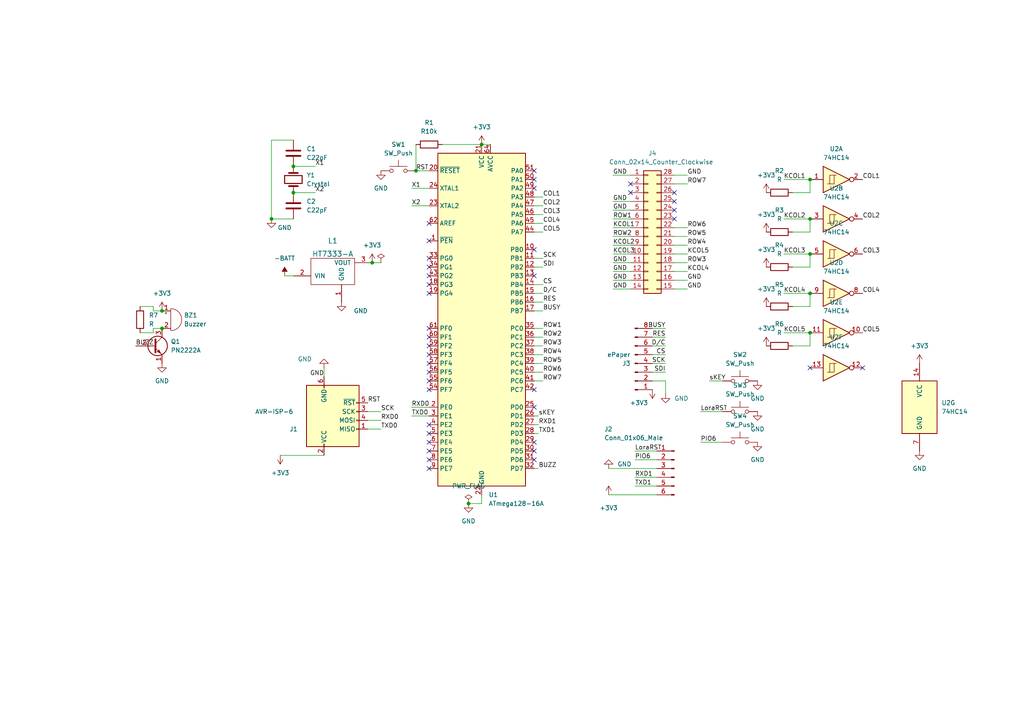
<source format=kicad_sch>
(kicad_sch (version 20230121) (generator eeschema)
  (paper "A4")
  (title_block (title "ATMEGA128-EPD-LoRa") (date "2022-07-15") (rev "4.1") (company "TUK EE") (comment 1 "CHAE DOYUN"))
  (lib_symbols
    (symbol "74xx:74HC14" (pin_names (offset 1.016))
      (property "Reference" "U" (at 0 1.27 0))
      (property "Value" "74HC14" (at 0 -1.27 0))
      (symbol "74HC14_1_0"
        (polyline (pts (xy -3.81 3.81) (xy -3.81 -3.81) (xy 3.81 0) (xy -3.81 3.81)) (stroke (width 0.254)) (fill (type background)))
        (pin input line (at -7.62 0 0) (length 3.81) (name "~") (number "1"))
        (pin output inverted (at 7.62 0 180) (length 3.81) (name "~") (number "2"))
      )
      (symbol "74HC14_1_1"
        (polyline (pts (xy -1.905 -1.27) (xy -1.905 1.27) (xy -0.635 1.27)))
        (polyline (pts (xy -2.54 -1.27) (xy -0.635 -1.27) (xy -0.635 1.27) (xy 0 1.27)))
      )
      (symbol "74HC14_2_0"
        (polyline (pts (xy -3.81 3.81) (xy -3.81 -3.81) (xy 3.81 0) (xy -3.81 3.81)) (stroke (width 0.254)) (fill (type background)))
        (pin input line (at -7.62 0 0) (length 3.81) (name "~") (number "3"))
        (pin output inverted (at 7.62 0 180) (length 3.81) (name "~") (number "4"))
      )
      (symbol "74HC14_2_1"
        (polyline (pts (xy -1.905 -1.27) (xy -1.905 1.27) (xy -0.635 1.27)))
        (polyline (pts (xy -2.54 -1.27) (xy -0.635 -1.27) (xy -0.635 1.27) (xy 0 1.27)))
      )
      (symbol "74HC14_3_0"
        (polyline (pts (xy -3.81 3.81) (xy -3.81 -3.81) (xy 3.81 0) (xy -3.81 3.81)) (stroke (width 0.254)) (fill (type background)))
        (pin input line (at -7.62 0 0) (length 3.81) (name "~") (number "5"))
        (pin output inverted (at 7.62 0 180) (length 3.81) (name "~") (number "6"))
      )
      (symbol "74HC14_3_1"
        (polyline (pts (xy -1.905 -1.27) (xy -1.905 1.27) (xy -0.635 1.27)))
        (polyline (pts (xy -2.54 -1.27) (xy -0.635 -1.27) (xy -0.635 1.27) (xy 0 1.27)))
      )
      (symbol "74HC14_4_0"
        (polyline (pts (xy -3.81 3.81) (xy -3.81 -3.81) (xy 3.81 0) (xy -3.81 3.81)) (stroke (width 0.254)) (fill (type background)))
        (pin output inverted (at 7.62 0 180) (length 3.81) (name "~") (number "8"))
        (pin input line (at -7.62 0 0) (length 3.81) (name "~") (number "9"))
      )
      (symbol "74HC14_4_1"
        (polyline (pts (xy -1.905 -1.27) (xy -1.905 1.27) (xy -0.635 1.27)))
        (polyline (pts (xy -2.54 -1.27) (xy -0.635 -1.27) (xy -0.635 1.27) (xy 0 1.27)))
      )
      (symbol "74HC14_5_0"
        (polyline (pts (xy -3.81 3.81) (xy -3.81 -3.81) (xy 3.81 0) (xy -3.81 3.81)) (stroke (width 0.254)) (fill (type background)))
        (pin output inverted (at 7.62 0 180) (length 3.81) (name "~") (number "10"))
        (pin input line (at -7.62 0 0) (length 3.81) (name "~") (number "11"))
      )
      (symbol "74HC14_5_1"
        (polyline (pts (xy -1.905 -1.27) (xy -1.905 1.27) (xy -0.635 1.27)))
        (polyline (pts (xy -2.54 -1.27) (xy -0.635 -1.27) (xy -0.635 1.27) (xy 0 1.27)))
      )
      (symbol "74HC14_6_0"
        (polyline (pts (xy -3.81 3.81) (xy -3.81 -3.81) (xy 3.81 0) (xy -3.81 3.81)) (stroke (width 0.254)) (fill (type background)))
        (pin output inverted (at 7.62 0 180) (length 3.81) (name "~") (number "12"))
        (pin input line (at -7.62 0 0) (length 3.81) (name "~") (number "13"))
      )
      (symbol "74HC14_6_1"
        (polyline (pts (xy -1.905 -1.27) (xy -1.905 1.27) (xy -0.635 1.27)))
        (polyline (pts (xy -2.54 -1.27) (xy -0.635 -1.27) (xy -0.635 1.27) (xy 0 1.27)))
      )
      (symbol "74HC14_7_0"
        (pin power_in line (at 0 12.7 270) (length 5.08) (name "VCC") (number "14"))
        (pin power_in line (at 0 -12.7 90) (length 5.08) (name "GND") (number "7"))
      )
      (symbol "74HC14_7_1"
        (rectangle (start -5.08 7.62) (end 5.08 -7.62) (stroke (width 0.254)) (fill (type background)))
      )
    )
    (symbol "Connector:AVR-ISP-6" (pin_names (offset 1.016))
      (property "Reference" "J" (at -6.35 11.43 0))
      (property "Value" "AVR-ISP-6" (at 0 11.43 0))
      (symbol "AVR-ISP-6_0_1"
        (rectangle (start -2.667 -6.858) (end -2.413 -7.62))
        (rectangle (start -2.667 10.16) (end -2.413 9.398))
        (rectangle (start 7.62 -2.413) (end 6.858 -2.667))
        (rectangle (start 7.62 0.127) (end 6.858 -0.127))
        (rectangle (start 7.62 2.667) (end 6.858 2.413))
        (rectangle (start 7.62 5.207) (end 6.858 4.953))
        (rectangle (start 7.62 10.16) (end -7.62 -7.62) (stroke (width 0.254)) (fill (type background)))
      )
      (symbol "AVR-ISP-6_1_1"
        (pin passive line (at 10.16 5.08 180) (length 2.54) (name "MISO") (number "1"))
        (pin passive line (at -2.54 12.7 270) (length 2.54) (name "VCC") (number "2"))
        (pin passive line (at 10.16 0 180) (length 2.54) (name "SCK") (number "3"))
        (pin passive line (at 10.16 2.54 180) (length 2.54) (name "MOSI") (number "4"))
        (pin passive line (at 10.16 -2.54 180) (length 2.54) (name "~{RST}") (number "5"))
        (pin passive line (at -2.54 -10.16 90) (length 2.54) (name "GND") (number "6"))
      )
    )
    (symbol "Connector:Conn_01x06_Male" (pin_names (offset 1.016) hide)
      (property "Reference" "J" (at 0 7.62 0))
      (property "Value" "Conn_01x06_Male" (at 0 -10.16 0))
      (symbol "Conn_01x06_Male_1_1"
        (polyline (pts (xy 1.27 -7.62) (xy 0.8636 -7.62)) (stroke (width 0.1524)))
        (polyline (pts (xy 1.27 -5.08) (xy 0.8636 -5.08)) (stroke (width 0.1524)))
        (polyline (pts (xy 1.27 -2.54) (xy 0.8636 -2.54)) (stroke (width 0.1524)))
        (polyline (pts (xy 1.27 0) (xy 0.8636 0)) (stroke (width 0.1524)))
        (polyline (pts (xy 1.27 2.54) (xy 0.8636 2.54)) (stroke (width 0.1524)))
        (polyline (pts (xy 1.27 5.08) (xy 0.8636 5.08)) (stroke (width 0.1524)))
        (rectangle (start 0.8636 -7.493) (end 0 -7.747) (stroke (width 0.1524)) (fill (type outline)))
        (rectangle (start 0.8636 -4.953) (end 0 -5.207) (stroke (width 0.1524)) (fill (type outline)))
        (rectangle (start 0.8636 -2.413) (end 0 -2.667) (stroke (width 0.1524)) (fill (type outline)))
        (rectangle (start 0.8636 0.127) (end 0 -0.127) (stroke (width 0.1524)) (fill (type outline)))
        (rectangle (start 0.8636 2.667) (end 0 2.413) (stroke (width 0.1524)) (fill (type outline)))
        (rectangle (start 0.8636 5.207) (end 0 4.953) (stroke (width 0.1524)) (fill (type outline)))
        (pin passive line (at 5.08 5.08 180) (length 3.81) (name "Pin_1") (number "1"))
        (pin passive line (at 5.08 2.54 180) (length 3.81) (name "Pin_2") (number "2"))
        (pin passive line (at 5.08 0 180) (length 3.81) (name "Pin_3") (number "3"))
        (pin passive line (at 5.08 -2.54 180) (length 3.81) (name "Pin_4") (number "4"))
        (pin passive line (at 5.08 -5.08 180) (length 3.81) (name "Pin_5") (number "5"))
        (pin passive line (at 5.08 -7.62 180) (length 3.81) (name "Pin_6") (number "6"))
      )
    )
    (symbol "Connector:Conn_01x08_Male" (pin_names (offset 1.016) hide)
      (property "Reference" "J" (at 0 10.16 0))
      (property "Value" "Conn_01x08_Male" (at 0 -12.7 0))
      (symbol "Conn_01x08_Male_1_1"
        (polyline (pts (xy 1.27 -10.16) (xy 0.8636 -10.16)) (stroke (width 0.1524)))
        (polyline (pts (xy 1.27 -7.62) (xy 0.8636 -7.62)) (stroke (width 0.1524)))
        (polyline (pts (xy 1.27 -5.08) (xy 0.8636 -5.08)) (stroke (width 0.1524)))
        (polyline (pts (xy 1.27 -2.54) (xy 0.8636 -2.54)) (stroke (width 0.1524)))
        (polyline (pts (xy 1.27 0) (xy 0.8636 0)) (stroke (width 0.1524)))
        (polyline (pts (xy 1.27 2.54) (xy 0.8636 2.54)) (stroke (width 0.1524)))
        (polyline (pts (xy 1.27 5.08) (xy 0.8636 5.08)) (stroke (width 0.1524)))
        (polyline (pts (xy 1.27 7.62) (xy 0.8636 7.62)) (stroke (width 0.1524)))
        (rectangle (start 0.8636 -10.033) (end 0 -10.287) (stroke (width 0.1524)) (fill (type outline)))
        (rectangle (start 0.8636 -7.493) (end 0 -7.747) (stroke (width 0.1524)) (fill (type outline)))
        (rectangle (start 0.8636 -4.953) (end 0 -5.207) (stroke (width 0.1524)) (fill (type outline)))
        (rectangle (start 0.8636 -2.413) (end 0 -2.667) (stroke (width 0.1524)) (fill (type outline)))
        (rectangle (start 0.8636 0.127) (end 0 -0.127) (stroke (width 0.1524)) (fill (type outline)))
        (rectangle (start 0.8636 2.667) (end 0 2.413) (stroke (width 0.1524)) (fill (type outline)))
        (rectangle (start 0.8636 5.207) (end 0 4.953) (stroke (width 0.1524)) (fill (type outline)))
        (rectangle (start 0.8636 7.747) (end 0 7.493) (stroke (width 0.1524)) (fill (type outline)))
        (pin passive line (at 5.08 7.62 180) (length 3.81) (name "Pin_1") (number "1"))
        (pin passive line (at 5.08 5.08 180) (length 3.81) (name "Pin_2") (number "2"))
        (pin passive line (at 5.08 2.54 180) (length 3.81) (name "Pin_3") (number "3"))
        (pin passive line (at 5.08 0 180) (length 3.81) (name "Pin_4") (number "4"))
        (pin passive line (at 5.08 -2.54 180) (length 3.81) (name "Pin_5") (number "5"))
        (pin passive line (at 5.08 -5.08 180) (length 3.81) (name "Pin_6") (number "6"))
        (pin passive line (at 5.08 -7.62 180) (length 3.81) (name "Pin_7") (number "7"))
        (pin passive line (at 5.08 -10.16 180) (length 3.81) (name "Pin_8") (number "8"))
      )
    )
    (symbol "Connector_Generic:Conn_02x14_Counter_Clockwise" (pin_names (offset 1.016) hide)
      (property "Reference" "J" (at 1.27 17.78 0))
      (property "Value" "Conn_02x14_Counter_Clockwise" (at 1.27 -20.32 0))
      (symbol "Conn_02x14_Counter_Clockwise_1_1"
        (rectangle (start -1.27 -17.653) (end 0 -17.907) (stroke (width 0.1524)))
        (rectangle (start -1.27 -15.113) (end 0 -15.367) (stroke (width 0.1524)))
        (rectangle (start -1.27 -12.573) (end 0 -12.827) (stroke (width 0.1524)))
        (rectangle (start -1.27 -10.033) (end 0 -10.287) (stroke (width 0.1524)))
        (rectangle (start -1.27 -7.493) (end 0 -7.747) (stroke (width 0.1524)))
        (rectangle (start -1.27 -4.953) (end 0 -5.207) (stroke (width 0.1524)))
        (rectangle (start -1.27 -2.413) (end 0 -2.667) (stroke (width 0.1524)))
        (rectangle (start -1.27 0.127) (end 0 -0.127) (stroke (width 0.1524)))
        (rectangle (start -1.27 2.667) (end 0 2.413) (stroke (width 0.1524)))
        (rectangle (start -1.27 5.207) (end 0 4.953) (stroke (width 0.1524)))
        (rectangle (start -1.27 7.747) (end 0 7.493) (stroke (width 0.1524)))
        (rectangle (start -1.27 10.287) (end 0 10.033) (stroke (width 0.1524)))
        (rectangle (start -1.27 12.827) (end 0 12.573) (stroke (width 0.1524)))
        (rectangle (start -1.27 15.367) (end 0 15.113) (stroke (width 0.1524)))
        (rectangle (start -1.27 16.51) (end 3.81 -19.05) (stroke (width 0.254)) (fill (type background)))
        (rectangle (start 3.81 -17.653) (end 2.54 -17.907) (stroke (width 0.1524)))
        (rectangle (start 3.81 -15.113) (end 2.54 -15.367) (stroke (width 0.1524)))
        (rectangle (start 3.81 -12.573) (end 2.54 -12.827) (stroke (width 0.1524)))
        (rectangle (start 3.81 -10.033) (end 2.54 -10.287) (stroke (width 0.1524)))
        (rectangle (start 3.81 -7.493) (end 2.54 -7.747) (stroke (width 0.1524)))
        (rectangle (start 3.81 -4.953) (end 2.54 -5.207) (stroke (width 0.1524)))
        (rectangle (start 3.81 -2.413) (end 2.54 -2.667) (stroke (width 0.1524)))
        (rectangle (start 3.81 0.127) (end 2.54 -0.127) (stroke (width 0.1524)))
        (rectangle (start 3.81 2.667) (end 2.54 2.413) (stroke (width 0.1524)))
        (rectangle (start 3.81 5.207) (end 2.54 4.953) (stroke (width 0.1524)))
        (rectangle (start 3.81 7.747) (end 2.54 7.493) (stroke (width 0.1524)))
        (rectangle (start 3.81 10.287) (end 2.54 10.033) (stroke (width 0.1524)))
        (rectangle (start 3.81 12.827) (end 2.54 12.573) (stroke (width 0.1524)))
        (rectangle (start 3.81 15.367) (end 2.54 15.113) (stroke (width 0.1524)))
        (pin passive line (at -5.08 15.24 0) (length 3.81) (name "Pin_1") (number "1"))
        (pin passive line (at -5.08 -7.62 0) (length 3.81) (name "Pin_10") (number "10"))
        (pin passive line (at -5.08 -10.16 0) (length 3.81) (name "Pin_11") (number "11"))
        (pin passive line (at -5.08 -12.7 0) (length 3.81) (name "Pin_12") (number "12"))
        (pin passive line (at -5.08 -15.24 0) (length 3.81) (name "Pin_13") (number "13"))
        (pin passive line (at -5.08 -17.78 0) (length 3.81) (name "Pin_14") (number "14"))
        (pin passive line (at 7.62 -17.78 180) (length 3.81) (name "Pin_15") (number "15"))
        (pin passive line (at 7.62 -15.24 180) (length 3.81) (name "Pin_16") (number "16"))
        (pin passive line (at 7.62 -12.7 180) (length 3.81) (name "Pin_17") (number "17"))
        (pin passive line (at 7.62 -10.16 180) (length 3.81) (name "Pin_18") (number "18"))
        (pin passive line (at 7.62 -7.62 180) (length 3.81) (name "Pin_19") (number "19"))
        (pin passive line (at -5.08 12.7 0) (length 3.81) (name "Pin_2") (number "2"))
        (pin passive line (at 7.62 -5.08 180) (length 3.81) (name "Pin_20") (number "20"))
        (pin passive line (at 7.62 -2.54 180) (length 3.81) (name "Pin_21") (number "21"))
        (pin passive line (at 7.62 0 180) (length 3.81) (name "Pin_22") (number "22"))
        (pin passive line (at 7.62 2.54 180) (length 3.81) (name "Pin_23") (number "23"))
        (pin passive line (at 7.62 5.08 180) (length 3.81) (name "Pin_24") (number "24"))
        (pin passive line (at 7.62 7.62 180) (length 3.81) (name "Pin_25") (number "25"))
        (pin passive line (at 7.62 10.16 180) (length 3.81) (name "Pin_26") (number "26"))
        (pin passive line (at 7.62 12.7 180) (length 3.81) (name "Pin_27") (number "27"))
        (pin passive line (at 7.62 15.24 180) (length 3.81) (name "Pin_28") (number "28"))
        (pin passive line (at -5.08 10.16 0) (length 3.81) (name "Pin_3") (number "3"))
        (pin passive line (at -5.08 7.62 0) (length 3.81) (name "Pin_4") (number "4"))
        (pin passive line (at -5.08 5.08 0) (length 3.81) (name "Pin_5") (number "5"))
        (pin passive line (at -5.08 2.54 0) (length 3.81) (name "Pin_6") (number "6"))
        (pin passive line (at -5.08 0 0) (length 3.81) (name "Pin_7") (number "7"))
        (pin passive line (at -5.08 -2.54 0) (length 3.81) (name "Pin_8") (number "8"))
        (pin passive line (at -5.08 -5.08 0) (length 3.81) (name "Pin_9") (number "9"))
      )
    )
    (symbol "Device:Buzzer" (pin_names (offset 0.0254) hide)
      (property "Reference" "BZ" (at 3.81 1.27 0))
      (property "Value" "Buzzer" (at 3.81 -1.27 0))
      (symbol "Buzzer_0_1"
        (arc (start 0 -3.175) (mid 3.1612 0) (end 0 3.175))
        (polyline (pts (xy -1.651 1.905) (xy -1.143 1.905)))
        (polyline (pts (xy -1.397 2.159) (xy -1.397 1.651)))
        (polyline (pts (xy 0 3.175) (xy 0 -3.175)))
      )
      (symbol "Buzzer_1_1"
        (pin passive line (at -2.54 2.54 0) (length 2.54) (name "-") (number "1"))
        (pin passive line (at -2.54 -2.54 0) (length 2.54) (name "+") (number "2"))
      )
    )
    (symbol "Device:C" (pin_numbers hide) (pin_names (offset 0.254))
      (property "Reference" "C" (at 0.635 2.54 0))
      (property "Value" "C" (at 0.635 -2.54 0))
      (symbol "C_0_1"
        (polyline (pts (xy -2.032 -0.762) (xy 2.032 -0.762)) (stroke (width 0.508)))
        (polyline (pts (xy -2.032 0.762) (xy 2.032 0.762)) (stroke (width 0.508)))
      )
      (symbol "C_1_1"
        (pin passive line (at 0 3.81 270) (length 2.794) (name "~") (number "1"))
        (pin passive line (at 0 -3.81 90) (length 2.794) (name "~") (number "2"))
      )
    )
    (symbol "Device:Crystal" (pin_numbers hide) (pin_names (offset 1.016) hide)
      (property "Reference" "Y" (at 0 3.81 0))
      (property "Value" "Crystal" (at 0 -3.81 0))
      (symbol "Crystal_0_1"
        (rectangle (start -1.143 2.54) (end 1.143 -2.54) (stroke (width 0.3048)))
        (polyline (pts (xy -2.54 0) (xy -1.905 0)))
        (polyline (pts (xy -1.905 -1.27) (xy -1.905 1.27)) (stroke (width 0.508)))
        (polyline (pts (xy 1.905 -1.27) (xy 1.905 1.27)) (stroke (width 0.508)))
        (polyline (pts (xy 2.54 0) (xy 1.905 0)))
      )
      (symbol "Crystal_1_1"
        (pin passive line (at -3.81 0 0) (length 1.27) (name "1") (number "1"))
        (pin passive line (at 3.81 0 180) (length 1.27) (name "2") (number "2"))
      )
    )
    (symbol "Device:R" (pin_numbers hide) (pin_names (offset 0))
      (property "Reference" "R" (at 2.032 0 90))
      (property "Value" "R" (at 0 0 90))
      (symbol "R_0_1"
        (rectangle (start -1.016 -2.54) (end 1.016 2.54) (stroke (width 0.254)))
      )
      (symbol "R_1_1"
        (pin passive line (at 0 3.81 270) (length 1.27) (name "~") (number "1"))
        (pin passive line (at 0 -3.81 90) (length 1.27) (name "~") (number "2"))
      )
    )
    (symbol "MCU_Microchip_ATmega:ATmega128-16A"
      (property "Reference" "U" (at -12.7 49.53 0))
      (property "Value" "ATmega128-16A" (at 2.54 -49.53 0))
      (symbol "ATmega128-16A_0_1"
        (rectangle (start -12.7 -48.26) (end 12.7 48.26) (stroke (width 0.254)) (fill (type background)))
      )
      (symbol "ATmega128-16A_1_1"
        (pin input line (at -15.24 22.86 0) (length 2.54) (name "~{PEN}") (number "1"))
        (pin bidirectional line (at 15.24 20.32 180) (length 2.54) (name "PB0") (number "10"))
        (pin bidirectional line (at 15.24 17.78 180) (length 2.54) (name "PB1") (number "11"))
        (pin bidirectional line (at 15.24 15.24 180) (length 2.54) (name "PB2") (number "12"))
        (pin bidirectional line (at 15.24 12.7 180) (length 2.54) (name "PB3") (number "13"))
        (pin bidirectional line (at 15.24 10.16 180) (length 2.54) (name "PB4") (number "14"))
        (pin bidirectional line (at 15.24 7.62 180) (length 2.54) (name "PB5") (number "15"))
        (pin bidirectional line (at 15.24 5.08 180) (length 2.54) (name "PB6") (number "16"))
        (pin bidirectional line (at 15.24 2.54 180) (length 2.54) (name "PB7") (number "17"))
        (pin bidirectional line (at -15.24 10.16 0) (length 2.54) (name "PG3") (number "18"))
        (pin bidirectional line (at -15.24 7.62 0) (length 2.54) (name "PG4") (number "19"))
        (pin bidirectional line (at -15.24 -25.4 0) (length 2.54) (name "PE0") (number "2"))
        (pin input line (at -15.24 43.18 0) (length 2.54) (name "~{RESET}") (number "20"))
        (pin power_in line (at 0 50.8 270) (length 2.54) (name "VCC") (number "21"))
        (pin power_in line (at 0 -50.8 90) (length 2.54) (name "GND") (number "22"))
        (pin output line (at -15.24 33.02 0) (length 2.54) (name "XTAL2") (number "23"))
        (pin input line (at -15.24 38.1 0) (length 2.54) (name "XTAL1") (number "24"))
        (pin bidirectional line (at 15.24 -25.4 180) (length 2.54) (name "PD0") (number "25"))
        (pin bidirectional line (at 15.24 -27.94 180) (length 2.54) (name "PD1") (number "26"))
        (pin bidirectional line (at 15.24 -30.48 180) (length 2.54) (name "PD2") (number "27"))
        (pin bidirectional line (at 15.24 -33.02 180) (length 2.54) (name "PD3") (number "28"))
        (pin bidirectional line (at 15.24 -35.56 180) (length 2.54) (name "PD4") (number "29"))
        (pin bidirectional line (at -15.24 -27.94 0) (length 2.54) (name "PE1") (number "3"))
        (pin bidirectional line (at 15.24 -38.1 180) (length 2.54) (name "PD5") (number "30"))
        (pin bidirectional line (at 15.24 -40.64 180) (length 2.54) (name "PD6") (number "31"))
        (pin bidirectional line (at 15.24 -43.18 180) (length 2.54) (name "PD7") (number "32"))
        (pin bidirectional line (at -15.24 17.78 0) (length 2.54) (name "PG0") (number "33"))
        (pin bidirectional line (at -15.24 15.24 0) (length 2.54) (name "PG1") (number "34"))
        (pin bidirectional line (at 15.24 -2.54 180) (length 2.54) (name "PC0") (number "35"))
        (pin bidirectional line (at 15.24 -5.08 180) (length 2.54) (name "PC1") (number "36"))
        (pin bidirectional line (at 15.24 -7.62 180) (length 2.54) (name "PC2") (number "37"))
        (pin bidirectional line (at 15.24 -10.16 180) (length 2.54) (name "PC3") (number "38"))
        (pin bidirectional line (at 15.24 -12.7 180) (length 2.54) (name "PC4") (number "39"))
        (pin bidirectional line (at -15.24 -30.48 0) (length 2.54) (name "PE2") (number "4"))
        (pin bidirectional line (at 15.24 -15.24 180) (length 2.54) (name "PC5") (number "40"))
        (pin bidirectional line (at 15.24 -17.78 180) (length 2.54) (name "PC6") (number "41"))
        (pin bidirectional line (at 15.24 -20.32 180) (length 2.54) (name "PC7") (number "42"))
        (pin bidirectional line (at -15.24 12.7 0) (length 2.54) (name "PG2") (number "43"))
        (pin bidirectional line (at 15.24 25.4 180) (length 2.54) (name "PA7") (number "44"))
        (pin bidirectional line (at 15.24 27.94 180) (length 2.54) (name "PA6") (number "45"))
        (pin bidirectional line (at 15.24 30.48 180) (length 2.54) (name "PA5") (number "46"))
        (pin bidirectional line (at 15.24 33.02 180) (length 2.54) (name "PA4") (number "47"))
        (pin bidirectional line (at 15.24 35.56 180) (length 2.54) (name "PA3") (number "48"))
        (pin bidirectional line (at 15.24 38.1 180) (length 2.54) (name "PA2") (number "49"))
        (pin bidirectional line (at -15.24 -33.02 0) (length 2.54) (name "PE3") (number "5"))
        (pin bidirectional line (at 15.24 40.64 180) (length 2.54) (name "PA1") (number "50"))
        (pin bidirectional line (at 15.24 43.18 180) (length 2.54) (name "PA0") (number "51"))
        (pin passive line (at 0 50.8 270) (length 2.54) hide (name "VCC") (number "52"))
        (pin passive line (at 0 -50.8 90) (length 2.54) hide (name "GND") (number "53"))
        (pin bidirectional line (at -15.24 -20.32 0) (length 2.54) (name "PF7") (number "54"))
        (pin bidirectional line (at -15.24 -17.78 0) (length 2.54) (name "PF6") (number "55"))
        (pin bidirectional line (at -15.24 -15.24 0) (length 2.54) (name "PF5") (number "56"))
        (pin bidirectional line (at -15.24 -12.7 0) (length 2.54) (name "PF4") (number "57"))
        (pin bidirectional line (at -15.24 -10.16 0) (length 2.54) (name "PF3") (number "58"))
        (pin bidirectional line (at -15.24 -7.62 0) (length 2.54) (name "PF2") (number "59"))
        (pin bidirectional line (at -15.24 -35.56 0) (length 2.54) (name "PE4") (number "6"))
        (pin bidirectional line (at -15.24 -5.08 0) (length 2.54) (name "PF1") (number "60"))
        (pin bidirectional line (at -15.24 -2.54 0) (length 2.54) (name "PF0") (number "61"))
        (pin passive line (at -15.24 27.94 0) (length 2.54) (name "AREF") (number "62"))
        (pin passive line (at 0 -50.8 90) (length 2.54) hide (name "GND") (number "63"))
        (pin power_in line (at 2.54 50.8 270) (length 2.54) (name "AVCC") (number "64"))
        (pin bidirectional line (at -15.24 -38.1 0) (length 2.54) (name "PE5") (number "7"))
        (pin bidirectional line (at -15.24 -40.64 0) (length 2.54) (name "PE6") (number "8"))
        (pin bidirectional line (at -15.24 -43.18 0) (length 2.54) (name "PE7") (number "9"))
      )
    )
    (symbol "Switch:SW_Push" (pin_numbers hide) (pin_names (offset 1.016) hide)
      (property "Reference" "SW" (at 1.27 2.54 0))
      (property "Value" "SW_Push" (at 0 -1.524 0))
      (symbol "SW_Push_0_1"
        (circle (center -2.032 0) (radius 0.508))
        (polyline (pts (xy 0 1.27) (xy 0 3.048)))
        (polyline (pts (xy 2.54 1.27) (xy -2.54 1.27)))
        (circle (center 2.032 0) (radius 0.508))
        (pin passive line (at -5.08 0 0) (length 2.54) (name "1") (number "1"))
        (pin passive line (at 5.08 0 180) (length 2.54) (name "2") (number "2"))
      )
    )
    (symbol "Transistor_BJT:PN2222A" (pin_names (offset 0) hide)
      (property "Reference" "Q" (at 5.08 1.905 0))
      (property "Value" "PN2222A" (at 5.08 0 0))
      (symbol "PN2222A_0_1"
        (polyline (pts (xy 0 0) (xy 0.635 0)))
        (polyline (pts (xy 2.54 -2.54) (xy 0.635 -0.635)))
        (polyline (pts (xy 2.54 2.54) (xy 0.635 0.635)))
        (polyline (pts (xy 0.635 1.905) (xy 0.635 -1.905) (xy 0.635 -1.905)) (stroke (width 0.508)))
        (polyline (pts (xy 2.413 -2.413) (xy 1.905 -1.905) (xy 1.905 -1.905)))
        (polyline (pts (xy 1.143 -1.651) (xy 1.651 -1.143) (xy 2.159 -2.159) (xy 1.143 -1.651) (xy 1.143 -1.651)) (fill (type outline)))
        (circle (center 1.27 0) (radius 2.8194) (stroke (width 0.254)))
      )
      (symbol "PN2222A_1_1"
        (pin passive line (at 2.54 -5.08 90) (length 2.54) (name "E") (number "1"))
        (pin input line (at -5.08 0 0) (length 5.08) (name "B") (number "2"))
        (pin passive line (at 2.54 5.08 270) (length 2.54) (name "C") (number "3"))
      )
    )
    (symbol "ht7333-a:HT7333-A" (pin_names (offset 1.016))
      (property "Reference" "L" (at -3.81 3.81 0))
      (property "Value" "HT7333-A" (at -2.54 6.35 0))
      (symbol "HT7333-A_0_1"
        (rectangle (start -5.08 -2.54) (end 7.62 5.08))
      )
      (symbol "HT7333-A_1_1"
        (pin input line (at 3.81 -7.62 90) (length 5.08) (name "GND") (number "1"))
        (pin input line (at -10.16 0 0) (length 5.08) (name "VIN") (number "2"))
        (pin input line (at 12.7 3.81 180) (length 5.08) (name "VOUT") (number "3"))
      )
    )
    (symbol "power:+3.3V" (power) (pin_names (offset 0))
      (property "Value" "+3.3V" (at 0 3.556 0))
      (symbol "+3.3V_0_1"
        (polyline (pts (xy -0.762 1.27) (xy 0 2.54)))
        (polyline (pts (xy 0 0) (xy 0 2.54)))
        (polyline (pts (xy 0 2.54) (xy 0.762 1.27)))
      )
      (symbol "+3.3V_1_1"
        (pin power_in line (at 0 0 90) (length 0) hide (name "+3V3") (number "1"))
      )
    )
    (symbol "power:+3V3" (power) (pin_names (offset 0))
      (property "Value" "+3V3" (at 0 3.556 0))
      (symbol "+3V3_0_1"
        (polyline (pts (xy -0.762 1.27) (xy 0 2.54)))
        (polyline (pts (xy 0 0) (xy 0 2.54)))
        (polyline (pts (xy 0 2.54) (xy 0.762 1.27)))
      )
      (symbol "+3V3_1_1"
        (pin power_in line (at 0 0 90) (length 0) hide (name "+3V3") (number "1"))
      )
    )
    (symbol "power:-BATT" (power) (pin_names (offset 0))
      (property "Value" "-BATT" (at 0 3.556 0))
      (symbol "-BATT_0_1"
        (polyline (pts (xy 0 0) (xy 0 2.54)))
        (polyline (pts (xy 0.762 1.27) (xy -0.762 1.27) (xy 0 2.54) (xy 0.762 1.27)) (fill (type outline)))
      )
      (symbol "-BATT_1_1"
        (pin power_in line (at 0 0 90) (length 0) hide (name "-BATT") (number "1"))
      )
    )
    (symbol "power:GND" (power) (pin_names (offset 0))
      (property "Value" "GND" (at 0 -3.81 0))
      (symbol "GND_0_1"
        (polyline (pts (xy 0 0) (xy 0 -1.27) (xy 1.27 -1.27) (xy 0 -2.54) (xy -1.27 -1.27) (xy 0 -1.27)))
      )
      (symbol "GND_1_1"
        (pin power_in line (at 0 0 270) (length 0) hide (name "GND") (number "1"))
      )
    )
    (symbol "power:PWR_FLAG" (power) (pin_numbers hide) (pin_names (offset 0) hide)
      (property "Value" "PWR_FLAG" (at 0 3.81 0))
      (symbol "PWR_FLAG_0_0"
        (pin power_out line (at 0 0 90) (length 0) (name "pwr") (number "1"))
      )
      (symbol "PWR_FLAG_0_1"
        (polyline (pts (xy 0 0) (xy 0 1.27) (xy -1.016 1.905) (xy 0 2.54) (xy 1.016 1.905) (xy 0 1.27)))
      )
    )
  )
  (junction (at 234.95 63.5))
  (junction (at 46.99 90.17))
  (junction (at 85.09 48.26))
  (junction (at 234.95 73.66))
  (junction (at 78.74 63.5))
  (junction (at 135.89 146.05))
  (junction (at 85.09 55.88))
  (junction (at 139.7 41.91))
  (junction (at 120.65 49.53))
  (junction (at 234.95 96.52))
  (junction (at 107.95 76.2))
  (junction (at 234.95 85.09))
  (junction (at 234.95 52.07))
  (junction (at 46.99 95.25))
  (no_connect (at 154.94 80.01))
  (no_connect (at 154.94 52.07))
  (no_connect (at 154.94 49.53))
  (no_connect (at 154.94 54.61))
  (no_connect (at 154.94 133.35))
  (no_connect (at 154.94 113.03))
  (no_connect (at 124.46 123.19))
  (no_connect (at 124.46 125.73))
  (no_connect (at 124.46 128.27))
  (no_connect (at 124.46 130.81))
  (no_connect (at 124.46 133.35))
  (no_connect (at 124.46 135.89))
  (no_connect (at 154.94 128.27))
  (no_connect (at 154.94 130.81))
  (no_connect (at 154.94 72.39))
  (no_connect (at 124.46 77.47))
  (no_connect (at 124.46 74.93))
  (no_connect (at 124.46 69.85))
  (no_connect (at 124.46 64.77))
  (no_connect (at 124.46 85.09))
  (no_connect (at 124.46 82.55))
  (no_connect (at 124.46 80.01))
  (no_connect (at 124.46 113.03))
  (no_connect (at 124.46 105.41))
  (no_connect (at 124.46 107.95))
  (no_connect (at 124.46 110.49))
  (no_connect (at 124.46 95.25))
  (no_connect (at 124.46 97.79))
  (no_connect (at 124.46 100.33))
  (no_connect (at 124.46 102.87))
  (no_connect (at 182.88 55.88))
  (no_connect (at 182.88 53.34))
  (no_connect (at 195.58 55.88))
  (no_connect (at 195.58 58.42))
  (no_connect (at 195.58 60.96))
  (no_connect (at 195.58 63.5))
  (no_connect (at 154.94 118.11))
  (no_connect (at 250.19 106.68))
  (no_connect (at 234.95 106.68))
  (wire (pts (xy 154.94 77.47) (xy 157.48 77.47)))
  (wire (pts (xy 229.87 88.9) (xy 234.95 88.9)))
  (wire (pts (xy 184.15 138.43) (xy 190.5 138.43)))
  (wire (pts (xy 189.23 110.49) (xy 193.04 110.49)))
  (wire (pts (xy 205.74 110.49) (xy 209.55 110.49)))
  (wire (pts (xy 229.87 55.88) (xy 234.95 55.88)))
  (wire (pts (xy 44.45 90.17) (xy 46.99 90.17)))
  (wire (pts (xy 106.68 124.46) (xy 110.49 124.46)))
  (wire (pts (xy 44.45 96.52) (xy 44.45 95.25)))
  (wire (pts (xy 119.38 54.61) (xy 124.46 54.61)))
  (wire (pts (xy 234.95 77.47) (xy 234.95 73.66)))
  (wire (pts (xy 120.65 41.91) (xy 120.65 49.53)))
  (wire (pts (xy 229.87 77.47) (xy 234.95 77.47)))
  (wire (pts (xy 193.04 95.25) (xy 189.23 95.25)))
  (wire (pts (xy 157.48 62.23) (xy 154.94 62.23)))
  (wire (pts (xy 177.8 63.5) (xy 182.88 63.5)))
  (wire (pts (xy 156.21 120.65) (xy 154.94 120.65)))
  (wire (pts (xy 177.8 66.04) (xy 182.88 66.04)))
  (wire (pts (xy 93.98 109.22) (xy 93.98 106.68)))
  (wire (pts (xy 234.95 88.9) (xy 234.95 85.09)))
  (wire (pts (xy 157.48 64.77) (xy 154.94 64.77)))
  (wire (pts (xy 227.33 96.52) (xy 234.95 96.52)))
  (wire (pts (xy 227.33 73.66) (xy 234.95 73.66)))
  (wire (pts (xy 227.33 63.5) (xy 234.95 63.5)))
  (wire (pts (xy 157.48 102.87) (xy 154.94 102.87)))
  (wire (pts (xy 193.04 100.33) (xy 189.23 100.33)))
  (wire (pts (xy 176.53 143.51) (xy 190.5 143.51)))
  (wire (pts (xy 193.04 97.79) (xy 189.23 97.79)))
  (wire (pts (xy 234.95 67.31) (xy 234.95 63.5)))
  (wire (pts (xy 156.21 123.19) (xy 154.94 123.19)))
  (wire (pts (xy 154.94 110.49) (xy 157.48 110.49)))
  (wire (pts (xy 119.38 120.65) (xy 124.46 120.65)))
  (wire (pts (xy 157.48 105.41) (xy 154.94 105.41)))
  (wire (pts (xy 177.8 60.96) (xy 182.88 60.96)))
  (wire (pts (xy 106.68 119.38) (xy 110.49 119.38)))
  (wire (pts (xy 227.33 52.07) (xy 234.95 52.07)))
  (wire (pts (xy 135.89 146.05) (xy 139.7 146.05)))
  (wire (pts (xy 78.74 63.5) (xy 85.09 63.5)))
  (wire (pts (xy 199.39 83.82) (xy 195.58 83.82)))
  (wire (pts (xy 184.15 133.35) (xy 190.5 133.35)))
  (wire (pts (xy 157.48 97.79) (xy 154.94 97.79)))
  (wire (pts (xy 199.39 81.28) (xy 195.58 81.28)))
  (wire (pts (xy 199.39 76.2) (xy 195.58 76.2)))
  (wire (pts (xy 157.48 100.33) (xy 154.94 100.33)))
  (wire (pts (xy 193.04 102.87) (xy 189.23 102.87)))
  (wire (pts (xy 177.8 73.66) (xy 182.88 73.66)))
  (wire (pts (xy 154.94 87.63) (xy 157.48 87.63)))
  (wire (pts (xy 177.8 76.2) (xy 182.88 76.2)))
  (wire (pts (xy 157.48 107.95) (xy 154.94 107.95)))
  (wire (pts (xy 199.39 68.58) (xy 195.58 68.58)))
  (wire (pts (xy 119.38 118.11) (xy 124.46 118.11)))
  (wire (pts (xy 177.8 83.82) (xy 182.88 83.82)))
  (wire (pts (xy 120.65 49.53) (xy 124.46 49.53)))
  (wire (pts (xy 44.45 88.9) (xy 44.45 90.17)))
  (wire (pts (xy 139.7 146.05) (xy 139.7 143.51)))
  (wire (pts (xy 110.49 76.2) (xy 107.95 76.2)))
  (wire (pts (xy 177.8 50.8) (xy 182.88 50.8)))
  (wire (pts (xy 234.95 55.88) (xy 234.95 52.07)))
  (wire (pts (xy 154.94 85.09) (xy 157.48 85.09)))
  (wire (pts (xy 199.39 73.66) (xy 195.58 73.66)))
  (wire (pts (xy 78.74 40.64) (xy 78.74 63.5)))
  (wire (pts (xy 184.15 130.81) (xy 190.5 130.81)))
  (wire (pts (xy 199.39 66.04) (xy 195.58 66.04)))
  (wire (pts (xy 227.33 85.09) (xy 234.95 85.09)))
  (wire (pts (xy 229.87 67.31) (xy 234.95 67.31)))
  (wire (pts (xy 177.8 58.42) (xy 182.88 58.42)))
  (wire (pts (xy 177.8 78.74) (xy 182.88 78.74)))
  (wire (pts (xy 199.39 50.8) (xy 195.58 50.8)))
  (wire (pts (xy 199.39 53.34) (xy 195.58 53.34)))
  (wire (pts (xy 85.09 40.64) (xy 78.74 40.64)))
  (wire (pts (xy 154.94 90.17) (xy 157.48 90.17)))
  (wire (pts (xy 154.94 82.55) (xy 157.48 82.55)))
  (wire (pts (xy 139.7 41.91) (xy 142.24 41.91)))
  (wire (pts (xy 203.2 128.27) (xy 209.55 128.27)))
  (wire (pts (xy 85.09 55.88) (xy 91.44 55.88)))
  (wire (pts (xy 44.45 95.25) (xy 46.99 95.25)))
  (wire (pts (xy 199.39 78.74) (xy 195.58 78.74)))
  (wire (pts (xy 199.39 71.12) (xy 195.58 71.12)))
  (wire (pts (xy 81.28 132.08) (xy 93.98 132.08)))
  (wire (pts (xy 177.8 81.28) (xy 182.88 81.28)))
  (wire (pts (xy 193.04 107.95) (xy 189.23 107.95)))
  (wire (pts (xy 177.8 71.12) (xy 182.88 71.12)))
  (wire (pts (xy 193.04 105.41) (xy 189.23 105.41)))
  (wire (pts (xy 154.94 74.93) (xy 157.48 74.93)))
  (wire (pts (xy 156.21 125.73) (xy 154.94 125.73)))
  (wire (pts (xy 128.27 41.91) (xy 139.7 41.91)))
  (wire (pts (xy 40.64 88.9) (xy 44.45 88.9)))
  (wire (pts (xy 157.48 95.25) (xy 154.94 95.25)))
  (wire (pts (xy 156.21 135.89) (xy 154.94 135.89)))
  (wire (pts (xy 157.48 57.15) (xy 154.94 57.15)))
  (wire (pts (xy 184.15 140.97) (xy 190.5 140.97)))
  (wire (pts (xy 157.48 67.31) (xy 154.94 67.31)))
  (wire (pts (xy 177.8 68.58) (xy 182.88 68.58)))
  (wire (pts (xy 119.38 59.69) (xy 124.46 59.69)))
  (wire (pts (xy 203.2 119.38) (xy 209.55 119.38)))
  (wire (pts (xy 229.87 100.33) (xy 234.95 100.33)))
  (wire (pts (xy 106.68 121.92) (xy 110.49 121.92)))
  (wire (pts (xy 176.53 135.89) (xy 190.5 135.89)))
  (wire (pts (xy 82.55 80.01) (xy 85.09 80.01)))
  (wire (pts (xy 193.04 110.49) (xy 193.04 114.3)))
  (wire (pts (xy 234.95 100.33) (xy 234.95 96.52)))
  (wire (pts (xy 40.64 96.52) (xy 44.45 96.52)))
  (wire (pts (xy 91.44 48.26) (xy 85.09 48.26)))
  (wire (pts (xy 157.48 59.69) (xy 154.94 59.69)))
  (label "GND" (at 177.8 58.42 0))
  (label "KCOL5" (at 199.39 73.66 0))
  (label "KCOL4" (at 199.39 78.74 0))
  (label "COL4" (at 157.48 64.77 0))
  (label "RXD0" (at 119.38 118.11 0))
  (label "CS" (at 157.48 82.55 0))
  (label "COL2" (at 157.48 59.69 0))
  (label "BUSY" (at 193.04 95.25 180))
  (label "GND" (at 177.8 78.74 0))
  (label "ROW5" (at 157.48 105.41 0))
  (label "ROW3" (at 199.39 76.2 0))
  (label "COL1" (at 250.19 52.07 0))
  (label "ROW3" (at 157.48 100.33 0))
  (label "KCOL3" (at 227.33 73.66 0))
  (label "TXD1" (at 184.15 140.97 0))
  (label "RXD1" (at 184.15 138.43 0))
  (label "LoraRST" (at 184.15 130.81 0))
  (label "sKEY" (at 205.74 110.49 0))
  (label "X1" (at 91.44 48.26 0))
  (label "GND" (at 177.8 83.82 0))
  (label "GND" (at 177.8 50.8 0))
  (label "ROW2" (at 177.8 68.58 0))
  (label "CS" (at 193.04 102.87 180))
  (label "RES" (at 157.48 87.63 0))
  (label "ROW1" (at 157.48 95.25 0))
  (label "GND" (at 199.39 83.82 0))
  (label "GND" (at 177.8 81.28 0))
  (label "TXD1" (at 156.21 125.73 0))
  (label "ROW2" (at 157.48 97.79 0))
  (label "PIO6" (at 184.15 133.35 0))
  (label "SDI" (at 193.04 107.95 180))
  (label "COL5" (at 157.48 67.31 0))
  (label "KCOL3" (at 177.8 73.66 0))
  (label "BUSY" (at 157.48 90.17 0))
  (label "KCOL2" (at 177.8 71.12 0))
  (label "KCOL1" (at 227.33 52.07 0))
  (label "RST" (at 106.68 116.84 0))
  (label "sKEY" (at 156.21 120.65 0))
  (label "COL3" (at 250.19 73.66 0))
  (label "KCOL5" (at 227.33 96.52 0))
  (label "GND" (at 199.39 81.28 0))
  (label "SCK" (at 157.48 74.93 0))
  (label "PIO6" (at 203.2 128.27 0))
  (label "RXD1" (at 156.21 123.19 0))
  (label "BUZZ" (at 39.37 100.33 0))
  (label "GND" (at 177.8 60.96 0))
  (label "LoraRST" (at 203.2 119.38 0))
  (label "X2" (at 119.38 59.69 0))
  (label "ROW6" (at 157.48 107.95 0))
  (label "D{slash}C" (at 193.04 100.33 180))
  (label "COL5" (at 250.19 96.52 0))
  (label "ROW7" (at 199.39 53.34 0))
  (label "GND" (at 177.8 76.2 0))
  (label "KCOL2" (at 227.33 63.5 0))
  (label "TXD0" (at 110.49 124.46 0))
  (label "ROW5" (at 199.39 68.58 0))
  (label "SDI" (at 157.48 77.47 0))
  (label "X1" (at 119.38 54.61 0))
  (label "ROW6" (at 199.39 66.04 0))
  (label "BUZZ" (at 156.21 135.89 0))
  (label "D{slash}C" (at 157.48 85.09 0))
  (label "COL3" (at 157.48 62.23 0))
  (label "KCOL4" (at 227.33 85.09 0))
  (label "TXD0" (at 119.38 120.65 0))
  (label "ROW4" (at 199.39 71.12 0))
  (label "RES" (at 193.04 97.79 180))
  (label "X2" (at 91.44 55.88 0))
  (label "COL2" (at 250.19 63.5 0))
  (label "GND" (at 93.98 109.22 180))
  (label "SCK" (at 193.04 105.41 180))
  (label "KCOL1" (at 177.8 66.04 0))
  (label "RST" (at 120.65 49.53 0))
  (label "ROW1" (at 177.8 63.5 0))
  (label "SCK" (at 110.49 119.38 0))
  (label "GND" (at 199.39 50.8 0))
  (label "RXD0" (at 110.49 121.92 0))
  (label "ROW4" (at 157.48 102.87 0))
  (label "COL1" (at 157.48 57.15 0))
  (label "ROW7" (at 157.48 110.49 0))
  (label "COL4" (at 250.19 85.09 0))
  (symbol (lib_id "power:GND") (at 78.74 63.5 0) (unit 1)
    (property "Reference" "#PWR0106" (effects hide))
    (property "Value" "GND" (at 82.55 66.04 0))
  )
  (symbol (lib_id "74xx:74HC14") (at 242.57 73.66 0) (unit 3)
    (property "Reference" "U2" (at 242.57 64.77 0))
    (property "Value" "74HC14" (at 242.57 67.31 0))
    (property "Footprint" "Package_SO:SO-14_5.3x10.2mm_P1.27mm" (effects hide))
    (property "Datasheet" "http://www.ti.com/lit/gpn/sn74HC14" (effects hide))
  )
  (symbol (lib_id "power:GND") (at 219.71 119.38 0) (unit 1)
    (property "Reference" "#PWR09" (effects hide))
    (property "Value" "GND" (at 219.71 124.46 0))
  )
  (symbol (lib_id "74xx:74HC14") (at 242.57 85.09 0) (unit 4)
    (property "Reference" "U2" (at 242.57 76.2 0))
    (property "Value" "74HC14" (at 242.57 78.74 0))
    (property "Footprint" "Package_SO:SO-14_5.3x10.2mm_P1.27mm" (effects hide))
    (property "Datasheet" "http://www.ti.com/lit/gpn/sn74HC14" (effects hide))
  )
  (symbol (lib_id "Device:R") (at 226.06 88.9 90) (unit 1)
    (property "Reference" "R5" (at 226.06 82.55 90))
    (property "Value" "R" (at 226.06 85.09 90))
    (property "Footprint" "Resistor_SMD:R_0603_1608Metric" (effects hide))
  )
  (symbol (lib_id "power:GND") (at 193.04 114.3 0) (mirror y) (unit 1)
    (property "Reference" "#PWR0105" (effects hide))
    (property "Value" "GND" (at 195.58 115.5701 0) (effects (justify right)))
  )
  (symbol (lib_id "power:GND") (at 135.89 146.05 0) (unit 1)
    (property "Reference" "#PWR03" (effects hide))
    (property "Value" "GND" (at 135.89 151.13 0))
  )
  (symbol (lib_id "power:+3.3V") (at 107.95 76.2 0) (unit 1)
    (property "Reference" "#PWR07" (effects hide))
    (property "Value" "+3.3V" (at 107.95 71.12 0))
  )
  (symbol (lib_id "Switch:SW_Push") (at 214.63 119.38 0) (mirror y) (unit 1)
    (property "Reference" "SW3" (at 214.63 111.76 0))
    (property "Value" "SW_Push" (at 214.63 114.3 0))
    (property "Footprint" "Button_Switch_THT:SW_PUSH_6mm_H4.3mm" (effects hide))
  )
  (symbol (lib_id "power:GND") (at 266.7 130.81 0) (unit 1)
    (property "Reference" "#PWR012" (effects hide))
    (property "Value" "GND" (at 266.7 135.89 0))
  )
  (symbol (lib_id "Connector_Generic:Conn_02x14_Counter_Clockwise") (at 187.96 66.04 0) (unit 1)
    (property "Reference" "J4" (at 189.23 44.45 0))
    (property "Value" "Conn_02x14_Counter_Clockwise" (at 191.77 46.99 0))
    (property "Footprint" "Connector_Hirose:Hirose_BM14-24DS-2DSA_2x14_P2.00mm_Vertical" (effects hide))
  )
  (symbol (lib_id "Connector:AVR-ISP-6") (at 96.52 119.38 0) (mirror x) (unit 1)
    (property "Reference" "J1" (at 86.36 124.46 0) (effects (justify right)))
    (property "Value" "AVR-ISP-6" (at 85.09 119.38 0) (effects (justify right)))
    (property "Footprint" "Connector_IDC:IDC-Header_2x03_P2.54mm_Vertical" (effects hide))
    (property "Datasheet" " ~" (effects hide))
  )
  (symbol (lib_id "Transistor_BJT:PN2222A") (at 44.45 100.33 0) (unit 1)
    (property "Reference" "Q1" (at 49.53 99.0599 0) (effects (justify left)))
    (property "Value" "PN2222A" (at 49.53 101.5999 0) (effects (justify left)))
    (property "Footprint" "Package_TO_SOT_THT:TO-92_Inline" (effects hide))
    (property "Datasheet" "https://www.onsemi.com/pub/Collateral/PN2222-D.PDF" (effects hide))
  )
  (symbol (lib_id "power:+3V3") (at 222.25 67.31 0) (unit 1)
    (property "Reference" "#PWR014" (effects hide))
    (property "Value" "+3V3" (at 222.25 62.23 0))
  )
  (symbol (lib_id "Device:R") (at 40.64 92.71 0) (unit 1)
    (property "Reference" "R7" (at 43.18 91.4399 0) (effects (justify left)))
    (property "Value" "R" (at 43.18 93.9799 0) (effects (justify left)))
    (property "Footprint" "Resistor_SMD:R_0603_1608Metric" (effects hide))
  )
  (symbol (lib_id "power:+3V3") (at 266.7 105.41 0) (unit 1)
    (property "Reference" "#PWR011" (effects hide))
    (property "Value" "+3V3" (at 266.7 100.33 0))
  )
  (symbol (lib_id "ht7333-a:HT7333-A") (at 95.25 80.01 0) (unit 1)
    (property "Reference" "L1" (at 96.52 69.85 0) (effects (font (size 1.524 1.524))))
    (property "Value" "HT7333-A" (at 96.52 73.66 0) (effects (font (size 1.524 1.524))))
    (property "Footprint" "Package_TO_SOT_SMD:SOT-89-3_Handsoldering" (effects hide))
  )
  (symbol (lib_id "power:+3V3") (at 46.99 90.17 0) (unit 1)
    (property "Reference" "#PWR06" (effects hide))
    (property "Value" "+3V3" (at 46.99 85.09 0))
  )
  (symbol (lib_id "74xx:74HC14") (at 242.57 106.68 0) (unit 6)
    (property "Reference" "U2" (at 242.57 97.79 0))
    (property "Value" "74HC14" (at 242.57 100.33 0))
    (property "Footprint" "Package_SO:SO-14_5.3x10.2mm_P1.27mm" (effects hide))
    (property "Datasheet" "http://www.ti.com/lit/gpn/sn74HC14" (effects hide))
  )
  (symbol (lib_id "Connector:Conn_01x08_Male") (at 184.15 105.41 0) (mirror x) (unit 1)
    (property "Reference" "J3" (at 182.88 105.4101 0) (effects (justify right)))
    (property "Value" "ePaper" (at 182.88 102.8701 0) (effects (justify right)))
    (property "Footprint" "Connector_PinHeader_2.54mm:PinHeader_1x08_P2.54mm_Vertical" (effects hide))
  )
  (symbol (lib_id "Device:C") (at 85.09 44.45 0) (unit 1)
    (property "Reference" "C1" (at 88.9 43.1799 0) (effects (justify left)))
    (property "Value" "C22pF" (at 88.9 45.7199 0) (effects (justify left)))
    (property "Footprint" "Capacitor_SMD:C_1206_3216Metric_Pad1.33x1.80mm_HandSolder" (effects hide))
  )
  (symbol (lib_id "Device:R") (at 226.06 77.47 90) (unit 1)
    (property "Reference" "R4" (at 226.06 71.12 90))
    (property "Value" "R" (at 226.06 73.66 90))
    (property "Footprint" "Resistor_SMD:R_0603_1608Metric" (effects hide))
  )
  (symbol (lib_id "power:+3V3") (at 81.28 132.08 180) (unit 1)
    (property "Reference" "#PWR0110" (effects hide))
    (property "Value" "+3V3" (at 81.28 137.16 0))
  )
  (symbol (lib_id "Switch:SW_Push") (at 214.63 128.27 0) (mirror y) (unit 1)
    (property "Reference" "SW4" (at 214.63 120.65 0))
    (property "Value" "SW_Push" (at 214.63 123.19 0))
    (property "Footprint" "Button_Switch_THT:SW_PUSH_6mm_H4.3mm" (effects hide))
  )
  (symbol (lib_id "Switch:SW_Push") (at 214.63 110.49 0) (mirror y) (unit 1)
    (property "Reference" "SW2" (at 214.63 102.87 0))
    (property "Value" "SW_Push" (at 214.63 105.41 0))
    (property "Footprint" "Button_Switch_THT:SW_PUSH_6mm_H4.3mm" (effects hide))
  )
  (symbol (lib_id "Device:Crystal") (at 85.09 52.07 90) (unit 1)
    (property "Reference" "Y1" (at 88.9 50.7999 90) (effects (justify right)))
    (property "Value" "Crystal" (at 88.9 53.3399 90) (effects (justify right)))
    (property "Footprint" "Crystal:Crystal_HC49-4H_Vertical" (effects hide))
  )
  (symbol (lib_id "power:GND") (at 99.06 87.63 0) (unit 1)
    (property "Reference" "#PWR0108" (effects hide))
    (property "Value" "GND" (at 106.68 90.17 0) (effects (justify right)))
  )
  (symbol (lib_id "Device:Buzzer") (at 49.53 92.71 0) (unit 1)
    (property "Reference" "BZ1" (at 53.34 91.4399 0) (effects (justify left)))
    (property "Value" "Buzzer" (at 53.34 93.9799 0) (effects (justify left)))
    (property "Footprint" "Buzzer_Beeper:Buzzer_12x9.5RM7.6" (effects hide))
  )
  (symbol (lib_id "power:+3V3") (at 139.7 41.91 0) (unit 1)
    (property "Reference" "#PWR02" (effects hide))
    (property "Value" "+3V3" (at 139.7 36.83 0))
  )
  (symbol (lib_id "power:GND") (at 219.71 110.49 0) (unit 1)
    (property "Reference" "#PWR05" (effects hide))
    (property "Value" "GND" (at 219.71 115.57 0))
  )
  (symbol (lib_id "74xx:74HC14") (at 242.57 63.5 0) (unit 2)
    (property "Reference" "U2" (at 242.57 54.61 0))
    (property "Value" "74HC14" (at 242.57 57.15 0))
    (property "Footprint" "Package_SO:SO-14_5.3x10.2mm_P1.27mm" (effects hide))
    (property "Datasheet" "http://www.ti.com/lit/gpn/sn74HC14" (effects hide))
  )
  (symbol (lib_id "MCU_Microchip_ATmega:ATmega128-16A") (at 139.7 92.71 0) (unit 1)
    (property "Reference" "U1" (at 141.7194 143.51 0) (effects (justify left)))
    (property "Value" "ATmega128-16A" (at 141.7194 146.05 0) (effects (justify left)))
    (property "Footprint" "Package_QFP:TQFP-64_14x14mm_P0.8mm" (effects hide))
    (property "Datasheet" "http://ww1.microchip.com/downloads/en/DeviceDoc/doc2467.pdf" (effects hide))
  )
  (symbol (lib_id "74xx:74HC14") (at 242.57 96.52 0) (unit 5)
    (property "Reference" "U2" (at 242.57 87.63 0))
    (property "Value" "74HC14" (at 242.57 90.17 0))
    (property "Footprint" "Package_SO:SO-14_5.3x10.2mm_P1.27mm" (effects hide))
    (property "Datasheet" "http://www.ti.com/lit/gpn/sn74HC14" (effects hide))
  )
  (symbol (lib_id "Device:R") (at 226.06 55.88 90) (unit 1)
    (property "Reference" "R2" (at 226.06 49.53 90))
    (property "Value" "R" (at 226.06 52.07 90))
    (property "Footprint" "Resistor_SMD:R_0603_1608Metric" (effects hide))
  )
  (symbol (lib_id "power:GND") (at 93.98 106.68 180) (unit 1)
    (property "Reference" "#PWR0102" (effects hide))
    (property "Value" "GND" (at 86.36 104.14 0) (effects (justify right)))
  )
  (symbol (lib_id "power:GND") (at 176.53 135.89 180) (unit 1)
    (property "Reference" "#PWR0104" (effects hide))
    (property "Value" "GND" (at 179.07 134.6199 0) (effects (justify right)))
  )
  (symbol (lib_id "power:GND") (at 46.99 105.41 0) (unit 1)
    (property "Reference" "#PWR08" (effects hide))
    (property "Value" "GND" (at 46.99 110.49 0))
  )
  (symbol (lib_id "74xx:74HC14") (at 242.57 52.07 0) (unit 1)
    (property "Reference" "U2" (at 242.57 43.18 0))
    (property "Value" "74HC14" (at 242.57 45.72 0))
    (property "Footprint" "Package_SO:SO-14_5.3x10.2mm_P1.27mm" (effects hide))
    (property "Datasheet" "http://www.ti.com/lit/gpn/sn74HC14" (effects hide))
  )
  (symbol (lib_id "Switch:SW_Push") (at 115.57 49.53 0) (unit 1)
    (property "Reference" "SW1" (at 115.57 41.91 0))
    (property "Value" "SW_Push" (at 115.57 44.45 0))
    (property "Footprint" "Button_Switch_THT:SW_PUSH_6mm_H4.3mm" (effects hide))
  )
  (symbol (lib_id "power:PWR_FLAG") (at 135.89 146.05 0) (unit 1)
    (property "Reference" "#FLG0104" (effects hide))
    (property "Value" "PWR_FLAG" (at 135.89 140.97 0))
  )
  (symbol (lib_id "power:+3V3") (at 189.23 113.03 0) (mirror x) (unit 1)
    (property "Reference" "#PWR0101" (effects hide))
    (property "Value" "+3V3" (at 187.96 116.84 0) (effects (justify right)))
  )
  (symbol (lib_id "Device:R") (at 226.06 67.31 90) (unit 1)
    (property "Reference" "R3" (at 226.06 60.96 90))
    (property "Value" "R" (at 226.06 63.5 90))
    (property "Footprint" "Resistor_SMD:R_0603_1608Metric" (effects hide))
  )
  (symbol (lib_id "power:+3V3") (at 222.25 77.47 0) (unit 1)
    (property "Reference" "#PWR015" (effects hide))
    (property "Value" "+3V3" (at 222.25 72.39 0))
  )
  (symbol (lib_id "74xx:74HC14") (at 266.7 118.11 0) (unit 7)
    (property "Reference" "U2" (at 273.05 116.8399 0) (effects (justify left)))
    (property "Value" "74HC14" (at 273.05 119.3799 0) (effects (justify left)))
    (property "Footprint" "Package_SO:SO-14_5.3x10.2mm_P1.27mm" (effects hide))
    (property "Datasheet" "http://www.ti.com/lit/gpn/sn74HC14" (effects hide))
  )
  (symbol (lib_id "Device:R") (at 226.06 100.33 90) (unit 1)
    (property "Reference" "R6" (at 226.06 93.98 90))
    (property "Value" "R" (at 226.06 96.52 90))
    (property "Footprint" "Resistor_SMD:R_0603_1608Metric" (effects hide))
  )
  (symbol (lib_id "power:-BATT") (at 82.55 80.01 0) (unit 1)
    (property "Reference" "#PWR04" (effects hide))
    (property "Value" "-BATT" (at 82.55 74.93 0))
  )
  (symbol (lib_id "power:+3V3") (at 222.25 55.88 0) (unit 1)
    (property "Reference" "#PWR013" (effects hide))
    (property "Value" "+3V3" (at 222.25 50.8 0))
  )
  (symbol (lib_id "Device:C") (at 85.09 59.69 0) (unit 1)
    (property "Reference" "C2" (at 88.9 58.4199 0) (effects (justify left)))
    (property "Value" "C22pF" (at 88.9 60.9599 0) (effects (justify left)))
    (property "Footprint" "Capacitor_SMD:C_1206_3216Metric_Pad1.33x1.80mm_HandSolder" (effects hide))
  )
  (symbol (lib_id "power:PWR_FLAG") (at 110.49 76.2 0) (unit 1)
    (property "Reference" "#FLG0101" (effects hide))
    (property "Value" "PWR_FLAG" (effects hide))
  )
  (symbol (lib_id "Device:R") (at 124.46 41.91 270) (unit 1)
    (property "Reference" "R1" (at 124.46 35.56 90))
    (property "Value" "R10k" (at 124.46 38.1 90))
    (property "Footprint" "Resistor_SMD:R_0603_1608Metric" (effects hide))
  )
  (symbol (lib_id "power:GND") (at 110.49 49.53 0) (unit 1)
    (property "Reference" "#PWR01" (effects hide))
    (property "Value" "GND" (at 110.49 54.61 0))
  )
  (symbol (lib_id "power:GND") (at 219.71 128.27 0) (unit 1)
    (property "Reference" "#PWR010" (effects hide))
    (property "Value" "GND" (at 219.71 133.35 0))
  )
  (symbol (lib_id "power:+3V3") (at 222.25 88.9 0) (unit 1)
    (property "Reference" "#PWR016" (effects hide))
    (property "Value" "+3V3" (at 222.25 83.82 0))
  )
  (symbol (lib_id "Connector:Conn_01x06_Male") (at 195.58 135.89 0) (mirror y) (unit 1)
    (property "Reference" "J2" (at 175.26 124.46 0) (effects (justify right)))
    (property "Value" "Conn_01x06_Male" (at 175.26 127 0) (effects (justify right)))
    (property "Footprint" "Connector_PinHeader_2.54mm:PinHeader_1x06_P2.54mm_Vertical" (effects hide))
  )
  (symbol (lib_id "power:+3V3") (at 176.53 143.51 0) (mirror y) (unit 1)
    (property "Reference" "#PWR0103" (effects hide))
    (property "Value" "+3V3" (at 176.53 147.32 0))
  )
  (symbol (lib_id "power:+3V3") (at 222.25 100.33 0) (unit 1)
    (property "Reference" "#PWR017" (effects hide))
    (property "Value" "+3V3" (at 222.25 95.25 0))
  )
)
</source>
